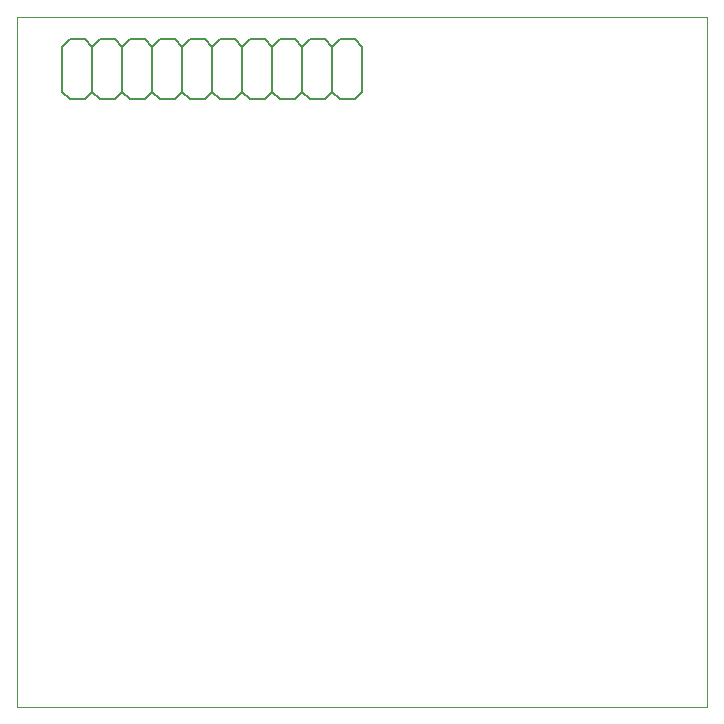
<source format=gbo>
G75*
%MOIN*%
%OFA0B0*%
%FSLAX25Y25*%
%IPPOS*%
%LPD*%
%AMOC8*
5,1,8,0,0,1.08239X$1,22.5*
%
%ADD10C,0.00000*%
%ADD11C,0.00600*%
D10*
X0001500Y0010087D02*
X0001500Y0240087D01*
X0231500Y0240087D01*
X0231500Y0010087D01*
X0001500Y0010087D01*
D11*
X0019000Y0212587D02*
X0024000Y0212587D01*
X0026500Y0215087D01*
X0026500Y0230087D01*
X0024000Y0232587D01*
X0019000Y0232587D01*
X0016500Y0230087D01*
X0016500Y0215087D01*
X0019000Y0212587D01*
X0026500Y0215087D02*
X0029000Y0212587D01*
X0034000Y0212587D01*
X0036500Y0215087D01*
X0036500Y0230087D01*
X0034000Y0232587D01*
X0029000Y0232587D01*
X0026500Y0230087D01*
X0036500Y0230087D02*
X0039000Y0232587D01*
X0044000Y0232587D01*
X0046500Y0230087D01*
X0046500Y0215087D01*
X0049000Y0212587D01*
X0054000Y0212587D01*
X0056500Y0215087D01*
X0056500Y0230087D01*
X0054000Y0232587D01*
X0049000Y0232587D01*
X0046500Y0230087D01*
X0056500Y0230087D02*
X0059000Y0232587D01*
X0064000Y0232587D01*
X0066500Y0230087D01*
X0066500Y0215087D01*
X0064000Y0212587D01*
X0059000Y0212587D01*
X0056500Y0215087D01*
X0066500Y0215087D02*
X0069000Y0212587D01*
X0074000Y0212587D01*
X0076500Y0215087D01*
X0076500Y0230087D01*
X0074000Y0232587D01*
X0069000Y0232587D01*
X0066500Y0230087D01*
X0076500Y0230087D02*
X0079000Y0232587D01*
X0084000Y0232587D01*
X0086500Y0230087D01*
X0086500Y0215087D01*
X0084000Y0212587D01*
X0079000Y0212587D01*
X0076500Y0215087D01*
X0086500Y0215087D02*
X0089000Y0212587D01*
X0094000Y0212587D01*
X0096500Y0215087D01*
X0096500Y0230087D01*
X0094000Y0232587D01*
X0089000Y0232587D01*
X0086500Y0230087D01*
X0096500Y0230087D02*
X0099000Y0232587D01*
X0104000Y0232587D01*
X0106500Y0230087D01*
X0106500Y0215087D01*
X0104000Y0212587D01*
X0099000Y0212587D01*
X0096500Y0215087D01*
X0106500Y0215087D02*
X0109000Y0212587D01*
X0114000Y0212587D01*
X0116500Y0215087D01*
X0116500Y0230087D01*
X0114000Y0232587D01*
X0109000Y0232587D01*
X0106500Y0230087D01*
X0046500Y0215087D02*
X0044000Y0212587D01*
X0039000Y0212587D01*
X0036500Y0215087D01*
M02*

</source>
